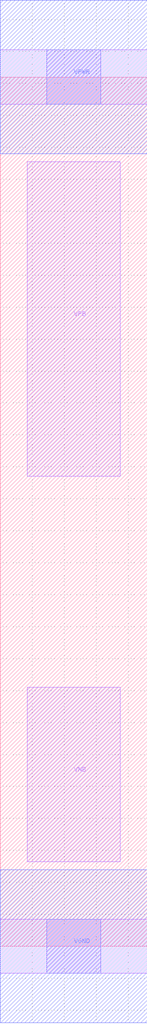
<source format=lef>
# Copyright 2020 The SkyWater PDK Authors
#
# Licensed under the Apache License, Version 2.0 (the "License");
# you may not use this file except in compliance with the License.
# You may obtain a copy of the License at
#
#     https://www.apache.org/licenses/LICENSE-2.0
#
# Unless required by applicable law or agreed to in writing, software
# distributed under the License is distributed on an "AS IS" BASIS,
# WITHOUT WARRANTIES OR CONDITIONS OF ANY KIND, either express or implied.
# See the License for the specific language governing permissions and
# limitations under the License.
#
# SPDX-License-Identifier: Apache-2.0

VERSION 5.7 ;
  NAMESCASESENSITIVE ON ;
  NOWIREEXTENSIONATPIN ON ;
  DIVIDERCHAR "/" ;
  BUSBITCHARS "[]" ;
UNITS
  DATABASE MICRONS 200 ;
END UNITS
PROPERTYDEFINITIONS
  MACRO maskLayoutSubType STRING ;
  MACRO prCellType STRING ;
  MACRO originalViewName STRING ;
END PROPERTYDEFINITIONS
MACRO sky130_fd_sc_hdll__tap_1
  CLASS CORE ;
  FOREIGN sky130_fd_sc_hdll__tap_1 ;
  ORIGIN  0.000000  0.000000 ;
  SIZE  0.460000 BY  2.720000 ;
  SYMMETRY X Y R90 ;
  SITE unithd ;
  PIN VGND
    DIRECTION INOUT ;
    USE SIGNAL ;
    PORT
      LAYER li1 ;
        RECT 0.000000 -0.085000 0.460000 0.085000 ;
      LAYER mcon ;
        RECT 0.145000 -0.085000 0.315000 0.085000 ;
      LAYER met1 ;
        RECT 0.000000 -0.240000 0.460000 0.240000 ;
    END
  END VGND
  PIN VNB
    ANTENNADIFFAREA  0.089250 ;
    PORT
      LAYER li1 ;
        RECT 0.085000 0.265000 0.375000 0.810000 ;
    END
  END VNB
  PIN VPB
    ANTENNADIFFAREA  0.148750 ;
    PORT
      LAYER li1 ;
        RECT 0.085000 1.470000 0.375000 2.455000 ;
    END
  END VPB
  PIN VPWR
    DIRECTION INOUT ;
    USE SIGNAL ;
    PORT
      LAYER li1 ;
        RECT 0.000000 2.635000 0.460000 2.805000 ;
      LAYER mcon ;
        RECT 0.145000 2.635000 0.315000 2.805000 ;
      LAYER met1 ;
        RECT 0.000000 2.480000 0.460000 2.960000 ;
    END
  END VPWR
  PROPERTY maskLayoutSubType "abstract" ;
  PROPERTY prCellType "standard" ;
  PROPERTY originalViewName "layout" ;
END sky130_fd_sc_hdll__tap_1

</source>
